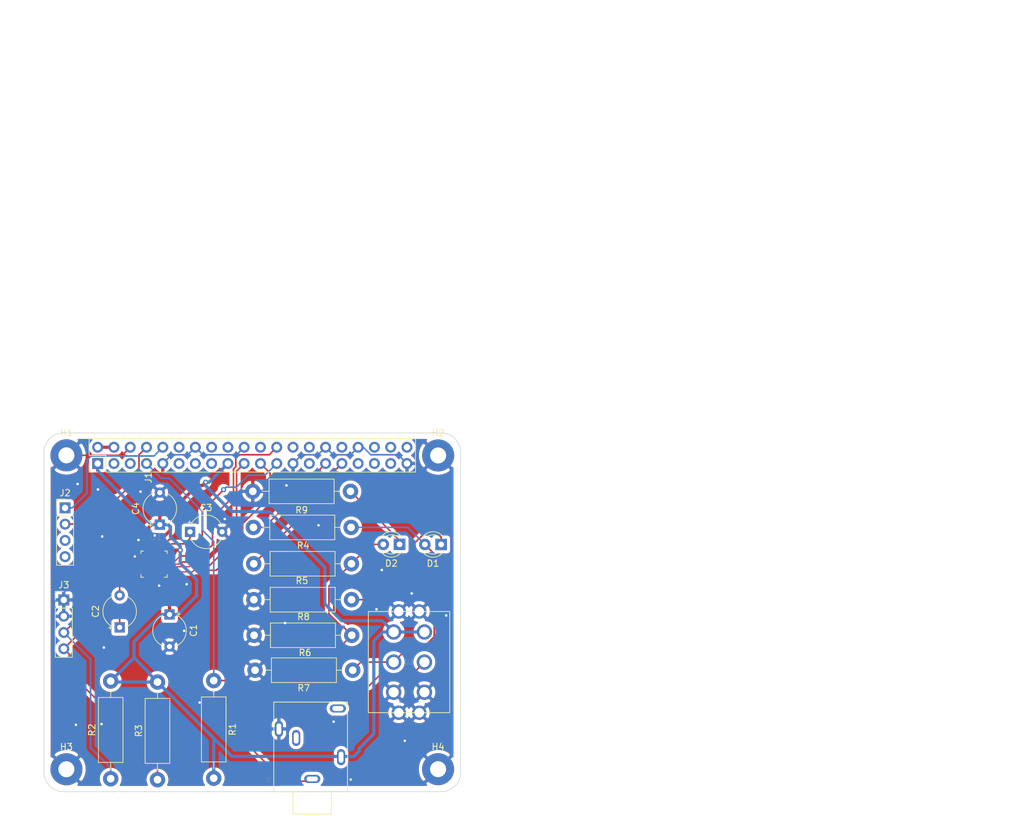
<source format=kicad_pcb>
(kicad_pcb (version 20171130) (host pcbnew "(5.1.5)-3")
  (title_block (title AquaPi) (date 2020-04-26) (rev 2) (company "Engineering Outdoors"))
  (layers (0 Signal_Layer mixed) (31 Ground_Layer mixed) (34 B.Paste user) (35 F.Paste user) (36 B.SilkS user) (37 F.SilkS user) (38 B.Mask user) (39 F.Mask user) (44 Edge.Cuts user))
  (net 0 "")
  (net 1 GND)
  (net 2 /3.3V)
  (net 3 "Net-(J1-Pad40)")
  (net 4 "Net-(J1-Pad38)")
  (net 5 "Net-(J1-Pad37)")
  (net 6 "Net-(J1-Pad36)")
  (net 7 "Net-(J1-Pad35)")
  (net 8 "Net-(J1-Pad33)")
  (net 9 "Net-(J1-Pad32)")
  (net 10 "Net-(J1-Pad28)")
  (net 11 "Net-(J1-Pad27)")
  (net 12 "Net-(J1-Pad26)")
  (net 13 /MAX11410_CS)
  (net 14 /MAX11410_SLCK)
  (net 15 "Net-(J1-Pad22)")
  (net 16 /MAX11410_MISO)
  (net 17 /MAX11410_MOSI)
  (net 18 "Net-(J1-Pad18)")
  (net 19 "Net-(J1-Pad16)")
  (net 20 "Net-(J1-Pad15)")
  (net 21 "Net-(J1-Pad13)")
  (net 22 "Net-(J1-Pad12)")
  (net 23 "Net-(J1-Pad11)")
  (net 24 "Net-(J1-Pad10)")
  (net 25 "Net-(J1-Pad8)")
  (net 26 "Net-(J1-Pad7)")
  (net 27 "Net-(J1-Pad5)")
  (net 28 /5V)
  (net 29 "Net-(J1-Pad3)")
  (net 30 "Net-(C2-Pad2)")
  (net 31 "Net-(C2-Pad1)")
  (net 32 "Net-(C3-Pad1)")
  (net 33 "Net-(D1-Pad2)")
  (net 34 "Net-(D1-Pad1)")
  (net 35 "Net-(D2-Pad2)")
  (net 36 "Net-(D2-Pad1)")
  (net 37 /GPIO6)
  (net 38 /GPIO5)
  (net 39 "Net-(J2-Pad4)")
  (net 40 "Net-(J2-Pad3)")
  (net 41 /eTape_Sense+)
  (net 42 /eTape_Sense-)
  (net 43 "Net-(J5-Pad4)")
  (net 44 "Net-(J5-Pad3)")
  (net 45 "Net-(U1-Pad29)")
  (net 46 "Net-(U1-Pad21)")
  (net 47 "Net-(U1-Pad16)")
  (net 48 "Net-(U1-Pad7)")
  (net 49 "Net-(U1-Pad4)")
  (net 50 "Net-(U1-Pad3)")
  (net 51 "Net-(U1-Pad26)")
  (net 52 "Net-(U1-Pad25)")
  (net 53 "Net-(U1-Pad12)")
  (net 54 "Net-(U1-Pad11)")
  (net 55 "Net-(U1-Pad10)")
  (net 56 "Net-(U1-Pad9)")
  (net 57 "Net-(U1-Pad8)")
  (module MAX11410ATI_:QFN40P400X400X80-29N (layer Signal_Layer) (at 111.99876 138.97864)
    (fp_text reference U1 (at 0.265 -4.25) (layer F.SilkS) (effects (font (thickness 0.015))))
    (fp_text value MAX11410ATI+)
    (pad 29 smd rect (at 0 0) (size 2.6 2.6) (layers Signal_Layer F.Mask) (net 45 "Net-(U1-Pad29)"))
    (pad 21 smd rect (at 1.935 -1.2) (size 0.86 0.22) (layers Signal_Layer F.Paste F.Mask) (net 46 "Net-(U1-Pad21)"))
    (pad 20 smd rect (at 1.935 -0.8) (size 0.86 0.22) (layers Signal_Layer F.Paste F.Mask) (net 2 /3.3V))
    (pad 19 smd rect (at 1.935 -0.4) (size 0.86 0.22) (layers Signal_Layer F.Paste F.Mask) (net 14 /MAX11410_SLCK))
    (pad 18 smd rect (at 1.935 0) (size 0.86 0.22) (layers Signal_Layer F.Paste F.Mask) (net 13 /MAX11410_CS))
    (pad 17 smd rect (at 1.935 0.4) (size 0.86 0.22) (layers Signal_Layer F.Paste F.Mask) (net 17 /MAX11410_MOSI))
    (pad 16 smd rect (at 1.935 0.8) (size 0.86 0.22) (layers Signal_Layer F.Paste F.Mask) (net 47 "Net-(U1-Pad16)"))
    (pad 15 smd rect (at 1.935 1.2) (size 0.86 0.22) (layers Signal_Layer F.Paste F.Mask) (net 16 /MAX11410_MISO))
    (pad 7 smd rect (at -1.935 1.2) (size 0.86 0.22) (layers Signal_Layer F.Paste F.Mask) (net 48 "Net-(U1-Pad7)"))
    (pad 6 smd rect (at -1.935 0.8) (size 0.86 0.22) (layers Signal_Layer F.Paste F.Mask) (net 31 "Net-(C2-Pad1)"))
    (pad 5 smd rect (at -1.935 0.4) (size 0.86 0.22) (layers Signal_Layer F.Paste F.Mask) (net 30 "Net-(C2-Pad2)"))
    (pad 4 smd rect (at -1.935 0) (size 0.86 0.22) (layers Signal_Layer F.Paste F.Mask) (net 49 "Net-(U1-Pad4)"))
    (pad 3 smd rect (at -1.935 -0.4) (size 0.86 0.22) (layers Signal_Layer F.Paste F.Mask) (net 50 "Net-(U1-Pad3)"))
    (pad 2 smd rect (at -1.935 -0.8) (size 0.86 0.22) (layers Signal_Layer F.Paste F.Mask) (net 41 /eTape_Sense+))
    (pad 1 smd rect (at -1.935 -1.2) (size 0.86 0.22) (layers Signal_Layer F.Paste F.Mask) (net 42 /eTape_Sense-))
    (pad 28 smd rect (at -1.2 -1.935) (size 0.22 0.86) (layers Signal_Layer F.Paste F.Mask) (net 1 GND))
    (pad 27 smd rect (at -0.8 -1.935) (size 0.22 0.86) (layers Signal_Layer F.Paste F.Mask) (net 2 /3.3V))
    (pad 26 smd rect (at -0.4 -1.935) (size 0.22 0.86) (layers Signal_Layer F.Paste F.Mask) (net 51 "Net-(U1-Pad26)"))
    (pad 25 smd rect (at 0 -1.935) (size 0.22 0.86) (layers Signal_Layer F.Paste F.Mask) (net 52 "Net-(U1-Pad25)"))
    (pad 24 smd rect (at 0.4 -1.935) (size 0.22 0.86) (layers Signal_Layer F.Paste F.Mask) (net 1 GND))
    (pad 23 smd rect (at 0.8 -1.935) (size 0.22 0.86) (layers Signal_Layer F.Paste F.Mask) (net 2 /3.3V))
    (pad 22 smd rect (at 1.2 -1.935) (size 0.22 0.86) (layers Signal_Layer F.Paste F.Mask) (net 32 "Net-(C3-Pad1)"))
    (pad 14 smd rect (at 1.2 1.935) (size 0.22 0.86) (layers Signal_Layer F.Paste F.Mask) (net 2 /3.3V))
    (pad 13 smd rect (at 0.8 1.935) (size 0.22 0.86) (layers Signal_Layer F.Paste F.Mask) (net 1 GND))
    (pad 12 smd rect (at 0.4 1.935) (size 0.22 0.86) (layers Signal_Layer F.Paste F.Mask) (net 53 "Net-(U1-Pad12)"))
    (pad 11 smd rect (at 0 1.935) (size 0.22 0.86) (layers Signal_Layer F.Paste F.Mask) (net 54 "Net-(U1-Pad11)"))
    (pad 10 smd rect (at -0.4 1.935) (size 0.22 0.86) (layers Signal_Layer F.Paste F.Mask) (net 55 "Net-(U1-Pad10)"))
    (pad 9 smd rect (at -0.8 1.935) (size 0.22 0.86) (layers Signal_Layer F.Paste F.Mask) (net 56 "Net-(U1-Pad9)"))
    (pad 8 smd rect (at -1.2 1.935) (size 0.22 0.86) (layers Signal_Layer F.Paste F.Mask) (net 57 "Net-(U1-Pad8)"))
  )
  (module M2022LL2W13:M2022LL2W13 (layer Signal_Layer) (at 151.78532 154.27452)
    (fp_text reference U2 (at 0 0) (layer F.SilkS) (effects (font (size 0.787402 0.787402) (thickness 0.015))))
    (fp_text value M2022LL2W13)
    (pad GND2 thru_hole circle (at 1.6 7.9) (size 2.25 2.25) (drill 1.5) (layers *.Cu *.Mask) (net 1 GND))
    (pad GND1 thru_hole circle (at -1.6 7.9) (size 2.25 2.25) (drill 1.5) (layers *.Cu *.Mask) (net 1 GND))
    (pad GND4 thru_hole circle (at 1.6 -7.9) (size 2.25 2.25) (drill 1.5) (layers *.Cu *.Mask) (net 1 GND))
    (pad GND3 thru_hole circle (at -1.6 -7.9) (size 2.25 2.25) (drill 1.5) (layers *.Cu *.Mask) (net 1 GND))
    (pad P4 thru_hole circle (at 2.4 4.7) (size 2.4 2.4) (drill 1.6) (layers *.Cu *.Mask) (net 1 GND))
    (pad P5 thru_hole circle (at 2.4 0) (size 2.4 2.4) (drill 1.6) (layers *.Cu *.Mask) (net 35 "Net-(D2-Pad2)"))
    (pad P6 thru_hole circle (at 2.4 -4.7) (size 2.4 2.4) (drill 1.6) (layers *.Cu *.Mask) (net 2 /3.3V))
    (pad P1 thru_hole circle (at -2.4 4.7) (size 2.4 2.4) (drill 1.6) (layers *.Cu *.Mask) (net 1 GND))
    (pad P2 thru_hole circle (at -2.4 0) (size 2.4 2.4) (drill 1.6) (layers *.Cu *.Mask) (net 33 "Net-(D1-Pad2)"))
    (pad P3 thru_hole circle (at -2.4 -4.7) (size 2.4 2.4) (drill 1.6) (layers *.Cu *.Mask) (net 2 /3.3V))
  )
  (module Resistor_THT:R_Axial_DIN0411_L9.9mm_D3.6mm_P15.24mm_Horizontal (layer Signal_Layer) (at 142.64894 127.61722 180)
    (fp_text reference R9 (at 7.62 -2.92) (layer F.SilkS))
    (fp_text value 2k)
    (pad 2 thru_hole oval (at 15.24 0 180) (size 2.4 2.4) (drill 1.2) (layers *.Cu *.Mask) (net 1 GND))
    (pad 1 thru_hole circle (at 0 0 180) (size 2.4 2.4) (drill 1.2) (layers *.Cu *.Mask) (net 36 "Net-(D2-Pad1)"))
  )
  (module Resistor_THT:R_Axial_DIN0411_L9.9mm_D3.6mm_P15.24mm_Horizontal (layer Signal_Layer) (at 127.57658 144.526)
    (fp_text reference R8 (at 7.747 2.6797) (layer F.SilkS))
    (fp_text value 2k)
    (pad 2 thru_hole oval (at 15.24 0) (size 2.4 2.4) (drill 1.2) (layers *.Cu *.Mask) (net 34 "Net-(D1-Pad1)"))
    (pad 1 thru_hole circle (at 0 0) (size 2.4 2.4) (drill 1.2) (layers *.Cu *.Mask) (net 1 GND))
  )
  (module Resistor_THT:R_Axial_DIN0411_L9.9mm_D3.6mm_P15.24mm_Horizontal (layer Signal_Layer) (at 127.75946 155.5369)
    (fp_text reference R7 (at 7.59714 2.78892) (layer F.SilkS))
    (fp_text value 12k)
    (pad 1 thru_hole circle (at 0 0) (size 2.4 2.4) (drill 1.2) (layers *.Cu *.Mask) (net 1 GND))
    (pad 2 thru_hole oval (at 15.24 0) (size 2.4 2.4) (drill 1.2) (layers *.Cu *.Mask) (net 33 "Net-(D1-Pad2)"))
  )
  (module Resistor_THT:R_Axial_DIN0411_L9.9mm_D3.6mm_P15.24mm_Horizontal (layer Signal_Layer) (at 127.61214 150.08352)
    (fp_text reference R6 (at 7.94766 2.72288) (layer F.SilkS))
    (fp_text value 12k)
    (pad 2 thru_hole oval (at 15.24 0) (size 2.4 2.4) (drill 1.2) (layers *.Cu *.Mask) (net 35 "Net-(D2-Pad2)"))
    (pad 1 thru_hole circle (at 0 0) (size 2.4 2.4) (drill 1.2) (layers *.Cu *.Mask) (net 1 GND))
  )
  (module Resistor_THT:R_Axial_DIN0411_L9.9mm_D3.6mm_P15.24mm_Horizontal (layer Signal_Layer) (at 127.55626 138.91768)
    (fp_text reference R5 (at 7.52094 2.65176) (layer F.SilkS))
    (fp_text value 1.2k)
    (pad 2 thru_hole oval (at 15.24 0) (size 2.4 2.4) (drill 1.2) (layers *.Cu *.Mask) (net 35 "Net-(D2-Pad2)"))
    (pad 1 thru_hole circle (at 0 0) (size 2.4 2.4) (drill 1.2) (layers *.Cu *.Mask) (net 37 /GPIO6))
  )
  (module Resistor_THT:R_Axial_DIN0411_L9.9mm_D3.6mm_P15.24mm_Horizontal (layer Signal_Layer) (at 127.50546 133.24332)
    (fp_text reference R4 (at 7.76986 2.8194) (layer F.SilkS))
    (fp_text value 1.2k)
    (pad 2 thru_hole oval (at 15.24 0) (size 2.4 2.4) (drill 1.2) (layers *.Cu *.Mask) (net 33 "Net-(D1-Pad2)"))
    (pad 1 thru_hole circle (at 0 0) (size 2.4 2.4) (drill 1.2) (layers *.Cu *.Mask) (net 38 /GPIO5))
  )
  (module Resistor_THT:R_Axial_DIN0411_L9.9mm_D3.6mm_P15.24mm_Horizontal (layer Signal_Layer) (at 112.53724 172.62856 90)
    (fp_text reference R3 (at 7.62 -2.92 90) (layer F.SilkS))
    (fp_text value 1.5k)
    (pad 2 thru_hole oval (at 15.24 0 90) (size 2.4 2.4) (drill 1.2) (layers *.Cu *.Mask) (net 2 /3.3V))
    (pad 1 thru_hole circle (at 0 0 90) (size 2.4 2.4) (drill 1.2) (layers *.Cu *.Mask) (net 41 /eTape_Sense+))
  )
  (module Resistor_THT:R_Axial_DIN0411_L9.9mm_D3.6mm_P15.24mm_Horizontal (layer Signal_Layer) (at 105.23982 172.4787 90)
    (fp_text reference R2 (at 7.62 -2.92 90) (layer F.SilkS))
    (fp_text value 1.5k)
    (pad 2 thru_hole oval (at 15.24 0 90) (size 2.4 2.4) (drill 1.2) (layers *.Cu *.Mask) (net 2 /3.3V))
    (pad 1 thru_hole circle (at 0 0 90) (size 2.4 2.4) (drill 1.2) (layers *.Cu *.Mask) (net 42 /eTape_Sense-))
  )
  (module Resistor_THT:R_Axial_DIN0411_L9.9mm_D3.6mm_P15.24mm_Horizontal (layer Signal_Layer) (at 121.31548 157.15996 270)
    (fp_text reference R1 (at 7.62 -2.92 90) (layer F.SilkS))
    (fp_text value 4.7k)
    (pad 2 thru_hole oval (at 15.24 0 270) (size 2.4 2.4) (drill 1.2) (layers *.Cu *.Mask) (net 2 /3.3V))
    (pad 1 thru_hole circle (at 0 0 270) (size 2.4 2.4) (drill 1.2) (layers *.Cu *.Mask) (net 26 "Net-(J1-Pad7)"))
  )
  (module 35RAPC4BH3:SWITCHCRAFT_35RAPC4BH3 (layer Signal_Layer) (at 136.43356 167.51554 90)
    (fp_text reference J5 (at -5.170455 -6.559513 90) (layer F.SilkS) (effects (font (size 0.640304 0.640304) (thickness 0.015))))
    (fp_text value 35RAPC4BH3)
    (fp_line (start 6.03 3.87) (end 6.02 3.87) (layer Edge.Cuts) (width 0.1))
    (fp_line (start 2.52 -4.98) (end 2.52 -4.97) (layer Edge.Cuts) (width 0.1))
    (fp_line (start 1.12 -2.28) (end 1.12 -2.27) (layer Edge.Cuts) (width 0.1))
    (fp_line (start -1.98 4.72) (end -1.98 4.73) (layer Edge.Cuts) (width 0.1))
    (fp_line (start -4.97 -0.13) (end -4.98 -0.13) (layer Edge.Cuts) (width 0.1))
    (pad 5 thru_hole oval (at -1.6 4.75 90) (size 2.516 1.258) (drill oval 1.75 0.75) (layers *.Cu *.Mask) (net 2 /3.3V))
    (pad 4 thru_hole oval (at 6 4.25 90) (size 1.258 2.516) (drill oval 0.75 1.75) (layers *.Cu *.Mask) (net 43 "Net-(J5-Pad4)"))
    (pad 3 thru_hole oval (at 1.4 -2.25 90) (size 2.516 1.258) (drill oval 1.75 0.75) (layers *.Cu *.Mask) (net 44 "Net-(J5-Pad3)"))
    (pad 2 thru_hole oval (at 2.8 -4.95 90) (size 2.516 1.258) (drill oval 1.75 0.75) (layers *.Cu *.Mask) (net 1 GND))
    (pad 1 thru_hole oval (at -5 0.25 90) (size 1.258 2.516) (drill oval 0.75 1.75) (layers *.Cu *.Mask) (net 26 "Net-(J1-Pad7)"))
  )
  (module Connector_PinHeader_2.54mm:PinHeader_1x04_P2.54mm_Vertical (layer Signal_Layer) (at 97.91954 144.57172)
    (fp_text reference J3 (at 0 -2.33) (layer F.SilkS))
    (fp_text value Conn_01x04_Female)
    (pad 4 thru_hole oval (at 0 7.62) (size 1.7 1.7) (drill 1) (layers *.Cu *.Mask) (net 41 /eTape_Sense+))
    (pad 3 thru_hole oval (at 0 5.08) (size 1.7 1.7) (drill 1) (layers *.Cu *.Mask) (net 42 /eTape_Sense-))
    (pad 2 thru_hole oval (at 0 2.54) (size 1.7 1.7) (drill 1) (layers *.Cu *.Mask) (net 1 GND))
    (pad 1 thru_hole rect (at 0 0) (size 1.7 1.7) (drill 1) (layers *.Cu *.Mask) (net 1 GND))
  )
  (module Connector_PinHeader_2.54mm:PinHeader_1x04_P2.54mm_Vertical (layer Signal_Layer) (at 98.12274 130.19786)
    (fp_text reference J2 (at 0 -2.33) (layer F.SilkS))
    (fp_text value Conn_01x04_Female)
    (pad 4 thru_hole oval (at 0 7.62) (size 1.7 1.7) (drill 1) (layers *.Cu *.Mask) (net 39 "Net-(J2-Pad4)"))
    (pad 3 thru_hole oval (at 0 5.08) (size 1.7 1.7) (drill 1) (layers *.Cu *.Mask) (net 40 "Net-(J2-Pad3)"))
    (pad 2 thru_hole oval (at 0 2.54) (size 1.7 1.7) (drill 1) (layers *.Cu *.Mask) (net 25 "Net-(J1-Pad8)"))
    (pad 1 thru_hole rect (at 0 0) (size 1.7 1.7) (drill 1) (layers *.Cu *.Mask) (net 24 "Net-(J1-Pad10)"))
  )
  (module LED_THT:LED_D3.0mm (layer Signal_Layer) (at 150.3045 135.89762 180)
    (fp_text reference D2 (at 1.27 -2.96) (layer F.SilkS))
    (fp_text value LED)
    (pad 2 thru_hole circle (at 2.54 0 180) (size 1.8 1.8) (drill 0.9) (layers *.Cu *.Mask) (net 35 "Net-(D2-Pad2)"))
    (pad 1 thru_hole rect (at 0 0 180) (size 1.8 1.8) (drill 0.9) (layers *.Cu *.Mask) (net 36 "Net-(D2-Pad1)"))
  )
  (module LED_THT:LED_D3.0mm (layer Signal_Layer) (at 156.7942 135.90778 180)
    (fp_text reference D1 (at 1.27 -2.96) (layer F.SilkS))
    (fp_text value LED)
    (pad 2 thru_hole circle (at 2.54 0 180) (size 1.8 1.8) (drill 0.9) (layers *.Cu *.Mask) (net 33 "Net-(D1-Pad2)"))
    (pad 1 thru_hole rect (at 0 0 180) (size 1.8 1.8) (drill 0.9) (layers *.Cu *.Mask) (net 34 "Net-(D1-Pad1)"))
  )
  (module Capacitor_THT:CP_Radial_Tantal_D5.0mm_P5.00mm (layer Signal_Layer) (at 112.90046 132.81406 90)
    (fp_text reference C4 (at 2.5 -3.75 90) (layer F.SilkS))
    (fp_text value 100nF)
    (pad 2 thru_hole circle (at 5 0 90) (size 1.6 1.6) (drill 0.8) (layers *.Cu *.Mask) (net 1 GND))
    (pad 1 thru_hole rect (at 0 0 90) (size 1.6 1.6) (drill 0.8) (layers *.Cu *.Mask) (net 2 /3.3V))
  )
  (module Capacitor_THT:CP_Radial_Tantal_D5.0mm_P5.00mm (layer Signal_Layer) (at 117.61978 133.92912)
    (fp_text reference C3 (at 2.5 -3.75) (layer F.SilkS))
    (fp_text value 100nF)
    (pad 2 thru_hole circle (at 5 0) (size 1.6 1.6) (drill 0.8) (layers *.Cu *.Mask) (net 1 GND))
    (pad 1 thru_hole rect (at 0 0) (size 1.6 1.6) (drill 0.8) (layers *.Cu *.Mask) (net 32 "Net-(C3-Pad1)"))
  )
  (module Capacitor_THT:CP_Radial_Tantal_D5.0mm_P5.00mm (layer Signal_Layer) (at 106.63428 148.85924 90)
    (fp_text reference C2 (at 2.5 -3.75 90) (layer F.SilkS))
    (fp_text value 1nF)
    (pad 2 thru_hole circle (at 5 0 90) (size 1.6 1.6) (drill 0.8) (layers *.Cu *.Mask) (net 30 "Net-(C2-Pad2)"))
    (pad 1 thru_hole rect (at 0 0 90) (size 1.6 1.6) (drill 0.8) (layers *.Cu *.Mask) (net 31 "Net-(C2-Pad1)"))
  )
  (module Capacitor_THT:CP_Radial_Tantal_D5.0mm_P5.00mm (layer Signal_Layer) (at 114.41684 146.84756 270)
    (fp_text reference C1 (at 2.5 -3.75 90) (layer F.SilkS))
    (fp_text value 100nF)
    (pad 2 thru_hole circle (at 5 0 270) (size 1.6 1.6) (drill 0.8) (layers *.Cu *.Mask) (net 1 GND))
    (pad 1 thru_hole rect (at 0 0 270) (size 1.6 1.6) (drill 0.8) (layers *.Cu *.Mask) (net 2 /3.3V))
  )
  (module Connector_PinHeader_2.54mm:PinHeader_2x20_P2.54mm_Vertical (layer Signal_Layer) (at 103.205376 123.27 90)
    (fp_text reference J1 (at -2.2314 7.899304 90) (layer F.SilkS))
    (fp_text value Raspberry_Pi_2_3)
    (pad 1 thru_hole rect (at 0 0 90) (size 1.7 1.7) (drill 1) (layers *.Cu *.Mask) (net 2 /3.3V))
    (pad 2 thru_hole oval (at 2.54 0 90) (size 1.7 1.7) (drill 1) (layers *.Cu *.Mask) (net 28 /5V))
    (pad 3 thru_hole oval (at 0 2.54 90) (size 1.7 1.7) (drill 1) (layers *.Cu *.Mask) (net 29 "Net-(J1-Pad3)"))
    (pad 4 thru_hole oval (at 2.54 2.54 90) (size 1.7 1.7) (drill 1) (layers *.Cu *.Mask) (net 28 /5V))
    (pad 5 thru_hole oval (at 0 5.08 90) (size 1.7 1.7) (drill 1) (layers *.Cu *.Mask) (net 27 "Net-(J1-Pad5)"))
    (pad 6 thru_hole oval (at 2.54 5.08 90) (size 1.7 1.7) (drill 1) (layers *.Cu *.Mask) (net 1 GND))
    (pad 7 thru_hole oval (at 0 7.62 90) (size 1.7 1.7) (drill 1) (layers *.Cu *.Mask) (net 26 "Net-(J1-Pad7)"))
    (pad 8 thru_hole oval (at 2.54 7.62 90) (size 1.7 1.7) (drill 1) (layers *.Cu *.Mask) (net 25 "Net-(J1-Pad8)"))
    (pad 9 thru_hole oval (at 0 10.16 90) (size 1.7 1.7) (drill 1) (layers *.Cu *.Mask) (net 1 GND))
    (pad 10 thru_hole oval (at 2.54 10.16 90) (size 1.7 1.7) (drill 1) (layers *.Cu *.Mask) (net 24 "Net-(J1-Pad10)"))
    (pad 11 thru_hole oval (at 0 12.7 90) (size 1.7 1.7) (drill 1) (layers *.Cu *.Mask) (net 23 "Net-(J1-Pad11)"))
    (pad 12 thru_hole oval (at 2.54 12.7 90) (size 1.7 1.7) (drill 1) (layers *.Cu *.Mask) (net 22 "Net-(J1-Pad12)"))
    (pad 13 thru_hole oval (at 0 15.24 90) (size 1.7 1.7) (drill 1) (layers *.Cu *.Mask) (net 21 "Net-(J1-Pad13)"))
    (pad 14 thru_hole oval (at 2.54 15.24 90) (size 1.7 1.7) (drill 1) (layers *.Cu *.Mask) (net 1 GND))
    (pad 15 thru_hole oval (at 0 17.78 90) (size 1.7 1.7) (drill 1) (layers *.Cu *.Mask) (net 20 "Net-(J1-Pad15)"))
    (pad 16 thru_hole oval (at 2.54 17.78 90) (size 1.7 1.7) (drill 1) (layers *.Cu *.Mask) (net 19 "Net-(J1-Pad16)"))
    (pad 17 thru_hole oval (at 0 20.32 90) (size 1.7 1.7) (drill 1) (layers *.Cu *.Mask) (net 2 /3.3V))
    (pad 18 thru_hole oval (at 2.54 20.32 90) (size 1.7 1.7) (drill 1) (layers *.Cu *.Mask) (net 18 "Net-(J1-Pad18)"))
    (pad 19 thru_hole oval (at 0 22.86 90) (size 1.7 1.7) (drill 1) (layers *.Cu *.Mask) (net 17 /MAX11410_MOSI))
    (pad 20 thru_hole oval (at 2.54 22.86 90) (size 1.7 1.7) (drill 1) (layers *.Cu *.Mask) (net 1 GND))
    (pad 21 thru_hole oval (at 0 25.4 90) (size 1.7 1.7) (drill 1) (layers *.Cu *.Mask) (net 16 /MAX11410_MISO))
    (pad 22 thru_hole oval (at 2.54 25.4 90) (size 1.7 1.7) (drill 1) (layers *.Cu *.Mask) (net 15 "Net-(J1-Pad22)"))
    (pad 23 thru_hole oval (at 0 27.94 90) (size 1.7 1.7) (drill 1) (layers *.Cu *.Mask) (net 14 /MAX11410_SLCK))
    (pad 24 thru_hole oval (at 2.54 27.94 90) (size 1.7 1.7) (drill 1) (layers *.Cu *.Mask) (net 13 /MAX11410_CS))
    (pad 25 thru_hole oval (at 0 30.48 90) (size 1.7 1.7) (drill 1) (layers *.Cu *.Mask) (net 1 GND))
    (pad 26 thru_hole oval (at 2.54 30.48 90) (size 1.7 1.7) (drill 1) (layers *.Cu *.Mask) (net 12 "Net-(J1-Pad26)"))
    (pad 27 thru_hole oval (at 0 33.02 90) (size 1.7 1.7) (drill 1) (layers *.Cu *.Mask) (net 11 "Net-(J1-Pad27)"))
    (pad 28 thru_hole oval (at 2.54 33.02 90) (size 1.7 1.7) (drill 1) (layers *.Cu *.Mask) (net 10 "Net-(J1-Pad28)"))
    (pad 29 thru_hole oval (at 0 35.56 90) (size 1.7 1.7) (drill 1) (layers *.Cu *.Mask) (net 38 /GPIO5))
    (pad 30 thru_hole oval (at 2.54 35.56 90) (size 1.7 1.7) (drill 1) (layers *.Cu *.Mask) (net 1 GND))
    (pad 31 thru_hole oval (at 0 38.1 90) (size 1.7 1.7) (drill 1) (layers *.Cu *.Mask) (net 37 /GPIO6))
    (pad 32 thru_hole oval (at 2.54 38.1 90) (size 1.7 1.7) (drill 1) (layers *.Cu *.Mask) (net 9 "Net-(J1-Pad32)"))
    (pad 33 thru_hole oval (at 0 40.64 90) (size 1.7 1.7) (drill 1) (layers *.Cu *.Mask) (net 8 "Net-(J1-Pad33)"))
    (pad 34 thru_hole oval (at 2.54 40.64 90) (size 1.7 1.7) (drill 1) (layers *.Cu *.Mask) (net 1 GND))
    (pad 35 thru_hole oval (at 0 43.18 90) (size 1.7 1.7) (drill 1) (layers *.Cu *.Mask) (net 7 "Net-(J1-Pad35)"))
    (pad 36 thru_hole oval (at 2.54 43.18 90) (size 1.7 1.7) (drill 1) (layers *.Cu *.Mask) (net 6 "Net-(J1-Pad36)"))
    (pad 37 thru_hole oval (at 0 45.72 90) (size 1.7 1.7) (drill 1) (layers *.Cu *.Mask) (net 5 "Net-(J1-Pad37)"))
    (pad 38 thru_hole oval (at 2.54 45.72 90) (size 1.7 1.7) (drill 1) (layers *.Cu *.Mask) (net 4 "Net-(J1-Pad38)"))
    (pad 39 thru_hole oval (at 0 48.26 90) (size 1.7 1.7) (drill 1) (layers *.Cu *.Mask) (net 1 GND))
    (pad 40 thru_hole oval (at 2.54 48.26 90) (size 1.7 1.7) (drill 1) (layers *.Cu *.Mask) (net 3 "Net-(J1-Pad40)"))
  )
  (module MountingHole:MountingHole_2.5mm_Pad (layer Signal_Layer) (at 156.31902 170.9934)
    (fp_text reference H4 (at 0 -3.5) (layer F.SilkS))
    (fp_text value MountingHole_Pad)
    (pad 1 thru_hole circle (at 0 0) (size 5 5) (drill 2.5) (layers *.Cu *.Mask) (net 1 GND))
  )
  (module MountingHole:MountingHole_2.5mm_Pad (layer Signal_Layer) (at 98.32902 171.0034)
    (fp_text reference H3 (at 0 -3.5) (layer F.SilkS))
    (fp_text value MountingHole_Pad)
    (pad 1 thru_hole circle (at 0 0) (size 5 5) (drill 2.5) (layers *.Cu *.Mask) (net 1 GND))
  )
  (module MountingHole:MountingHole_2.5mm_Pad (layer Signal_Layer) (at 156.32902 122.0134)
    (fp_text reference H2 (at 0 -3.5) (layer F.SilkS))
    (fp_text value MountingHole_Pad)
    (pad 1 thru_hole circle (at 0 0) (size 5 5) (drill 2.5) (layers *.Cu *.Mask) (net 1 GND))
  )
  (module MountingHole:MountingHole_2.5mm_Pad (layer Signal_Layer) (at 98.32902 121.9934)
    (fp_text reference H1 (at 0 -3.5) (layer F.SilkS))
    (fp_text value MountingHole_Pad)
    (pad 1 thru_hole circle (at 0 0) (size 5 5) (drill 2.5) (layers *.Cu *.Mask) (net 1 GND))
  )
  (gr_line (start 156.835376 118.501011) (end 97.835376 118.501011) (layer Edge.Cuts) (width 0.1))
  (gr_arc (start 97.835376 121.501011) (end 97.835376 118.501011) (angle -90) (layer Edge.Cuts) (width 0.1))
  (gr_line (start 159.835376 171.501011) (end 159.835376 121.501011) (layer Edge.Cuts) (width 0.1))
  (gr_arc (start 156.835376 121.501011) (end 159.835376 121.501011) (angle -90) (layer Edge.Cuts) (width 0.1))
  (gr_line (start 94.835376 121.501011) (end 94.835376 171.501011) (layer Edge.Cuts) (width 0.1))
  (gr_line (start 97.835376 174.501011) (end 156.835376 174.501011) (layer Edge.Cuts) (width 0.1))
  (gr_arc (start 97.835376 171.501011) (end 94.835376 171.501011) (angle -90) (layer Edge.Cuts) (width 0.1))
  (gr_arc (start 156.835376 171.501011) (end 156.835376 174.501011) (angle -89.9) (layer Edge.Cuts) (width 0.1))
  (via (at 112.1029 134.49808) (size 0.8) (drill 0.4) (layers Signal_Layer Ground_Layer) (net 1))
  (segment (start 112.79876 140.91364) (end 112.79876 142.3415) (width 0.18) (layer Signal_Layer) (net 1))
  (segment (start 110.79876 136.43364) (end 109.57306 135.20794) (width 0.18) (layer Signal_Layer) (net 1))
  (segment (start 110.79876 137.04364) (end 110.79876 136.43364) (width 0.18) (layer Signal_Layer) (net 1))
  (segment (start 112.39876 136.43364) (end 112.04702 136.0819) (width 0.18) (layer Signal_Layer) (net 1))
  (segment (start 112.39876 137.04364) (end 112.39876 136.43364) (width 0.18) (layer Signal_Layer) (net 1))
  (segment (start 112.04702 136.0819) (end 112.04702 135.80872) (width 0.18) (layer Signal_Layer) (net 1))
  (segment (start 112.79876 142.3415) (end 112.79876 142.3415) (width 0.18) (layer Signal_Layer) (net 1))
  (via (at 112.79876 142.3415) (size 0.8) (drill 0.4) (layers Signal_Layer Ground_Layer) (net 1))
  (segment (start 112.1029 135.75284) (end 112.1029 134.49808) (width 0.25) (layer Signal_Layer) (net 1))
  (segment (start 112.04702 135.80872) (end 112.1029 135.75284) (width 0.25) (layer Signal_Layer) (net 1))
  (segment (start 109.57306 135.20794) (end 109.57306 135.20794) (width 0.18) (layer Signal_Layer) (net 1))
  (via (at 109.57306 135.20794) (size 0.8) (drill 0.4) (layers Signal_Layer Ground_Layer) (net 1))
  (via (at 147.5359 139.89558) (size 0.8) (drill 0.4) (layers Signal_Layer Ground_Layer) (net 1))
  (via (at 117.08892 142.1257) (size 0.8) (drill 0.4) (layers Signal_Layer Ground_Layer) (net 1))
  (via (at 103.90632 134.66064) (size 0.8) (drill 0.4) (layers Signal_Layer Ground_Layer) (net 1))
  (via (at 103.80726 163.94938) (size 0.8) (drill 0.4) (layers Signal_Layer Ground_Layer) (net 1))
  (via (at 99.81184 164.06622) (size 0.8) (drill 0.4) (layers Signal_Layer Ground_Layer) (net 1))
  (via (at 100.076 126.47676) (size 0.8) (drill 0.4) (layers Signal_Layer Ground_Layer) (net 1))
  (via (at 103.251 127.32766) (size 0.8) (drill 0.4) (layers Signal_Layer Ground_Layer) (net 1))
  (segment (start 117.595377 121.579999) (end 118.445376 120.73) (width 0.25) (layer Ground_Layer) (net 1))
  (segment (start 117.270375 121.905001) (end 117.595377 121.579999) (width 0.25) (layer Ground_Layer) (net 1))
  (segment (start 114.730375 121.905001) (end 117.270375 121.905001) (width 0.25) (layer Ground_Layer) (net 1))
  (segment (start 113.365376 123.27) (end 114.730375 121.905001) (width 0.25) (layer Ground_Layer) (net 1))
  (segment (start 124.890375 121.905001) (end 125.215377 121.579999) (width 0.25) (layer Ground_Layer) (net 1))
  (segment (start 119.620377 121.905001) (end 124.890375 121.905001) (width 0.25) (layer Ground_Layer) (net 1))
  (segment (start 125.215377 121.579999) (end 126.065376 120.73) (width 0.25) (layer Ground_Layer) (net 1))
  (segment (start 118.445376 120.73) (end 119.620377 121.905001) (width 0.25) (layer Ground_Layer) (net 1))
  (segment (start 137.915377 121.579999) (end 138.765376 120.73) (width 0.25) (layer Ground_Layer) (net 1))
  (segment (start 137.590375 121.905001) (end 137.915377 121.579999) (width 0.25) (layer Ground_Layer) (net 1))
  (segment (start 135.050375 121.905001) (end 137.590375 121.905001) (width 0.25) (layer Ground_Layer) (net 1))
  (segment (start 133.685376 123.27) (end 135.050375 121.905001) (width 0.25) (layer Ground_Layer) (net 1))
  (segment (start 142.995377 121.579999) (end 143.845376 120.73) (width 0.25) (layer Ground_Layer) (net 1))
  (segment (start 142.670375 121.905001) (end 142.995377 121.579999) (width 0.25) (layer Ground_Layer) (net 1))
  (segment (start 139.940377 121.905001) (end 142.670375 121.905001) (width 0.25) (layer Ground_Layer) (net 1))
  (segment (start 138.765376 120.73) (end 139.940377 121.905001) (width 0.25) (layer Ground_Layer) (net 1))
  (segment (start 145.821375 121.905001) (end 150.116299 121.905001) (width 0.25) (layer Ground_Layer) (net 1))
  (segment (start 143.845376 120.73) (end 144.646374 120.73) (width 0.25) (layer Ground_Layer) (net 1))
  (segment (start 144.646374 120.73) (end 145.821375 121.905001) (width 0.25) (layer Ground_Layer) (net 1))
  (segment (start 150.116299 121.920923) (end 151.465376 123.27) (width 0.25) (layer Ground_Layer) (net 1))
  (segment (start 150.116299 121.905001) (end 150.116299 121.920923) (width 0.25) (layer Ground_Layer) (net 1))
  (segment (start 107.021976 121.9934) (end 98.32902 121.9934) (width 0.25) (layer Signal_Layer) (net 1))
  (segment (start 108.285376 120.73) (end 107.021976 121.9934) (width 0.25) (layer Signal_Layer) (net 1))
  (via (at 116.7003 149.3901) (size 0.8) (drill 0.4) (layers Signal_Layer Ground_Layer) (net 1))
  (via (at 119.10568 160.5915) (size 0.8) (drill 0.4) (layers Signal_Layer Ground_Layer) (net 1))
  (via (at 132.42798 148.17344) (size 0.8) (drill 0.4) (layers Signal_Layer Ground_Layer) (net 1))
  (via (at 137.668 132.91312) (size 0.8) (drill 0.4) (layers Signal_Layer Ground_Layer) (net 1))
  (via (at 146.71294 146.02968) (size 0.8) (drill 0.4) (layers Signal_Layer Ground_Layer) (net 1))
  (via (at 152.20188 143.55826) (size 0.8) (drill 0.4) (layers Signal_Layer Ground_Layer) (net 1))
  (via (at 157.57906 146.99234) (size 0.8) (drill 0.4) (layers Signal_Layer Ground_Layer) (net 1))
  (via (at 151.12492 166.55796) (size 0.8) (drill 0.4) (layers Signal_Layer Ground_Layer) (net 1))
  (via (at 140.02512 163.576) (size 0.8) (drill 0.4) (layers Signal_Layer Ground_Layer) (net 1))
  (via (at 132.66166 126.6952) (size 0.8) (drill 0.4) (layers Signal_Layer Ground_Layer) (net 1))
  (via (at 123.02998 131.93014) (size 0.8) (drill 0.4) (layers Signal_Layer Ground_Layer) (net 1))
  (via (at 109.89564 127.66294) (size 0.8) (drill 0.4) (layers Signal_Layer Ground_Layer) (net 1))
  (via (at 104.17302 152.00376) (size 0.8) (drill 0.4) (layers Signal_Layer Ground_Layer) (net 1))
  (via (at 120.05818 126.18974) (size 0.8) (drill 0.4) (layers Signal_Layer Ground_Layer) (net 2))
  (via (at 116.08816 136.78408) (size 0.8) (drill 0.4) (layers Signal_Layer Ground_Layer) (net 2))
  (segment (start 113.19876 141.52364) (end 114.01044 142.33532) (width 0.18) (layer Signal_Layer) (net 2))
  (segment (start 113.19876 140.91364) (end 113.19876 141.52364) (width 0.18) (layer Signal_Layer) (net 2))
  (segment (start 111.19876 137.04364) (end 111.19876 135.39206) (width 0.18) (layer Signal_Layer) (net 2))
  (segment (start 112.79876 136.43364) (end 112.79886 136.43354) (width 0.18) (layer Signal_Layer) (net 2))
  (segment (start 112.79876 137.04364) (end 112.79876 136.43364) (width 0.18) (layer Signal_Layer) (net 2))
  (segment (start 112.79876 136.43364) (end 112.79876 135.32622) (width 0.18) (layer Signal_Layer) (net 2))
  (segment (start 121.31548 166.1668) (end 121.31548 172.39996) (width 0.5) (layer Ground_Layer) (net 2))
  (segment (start 112.53724 157.38856) (end 121.31548 166.1668) (width 0.5) (layer Ground_Layer) (net 2))
  (segment (start 105.38968 157.38856) (end 105.23982 157.2387) (width 0.5) (layer Ground_Layer) (net 2))
  (segment (start 112.53724 157.38856) (end 105.38968 157.38856) (width 0.5) (layer Ground_Layer) (net 2))
  (segment (start 113.11684 146.84756) (end 108.8771 151.0873) (width 0.5) (layer Ground_Layer) (net 2))
  (segment (start 114.41684 146.84756) (end 113.11684 146.84756) (width 0.5) (layer Ground_Layer) (net 2))
  (segment (start 108.8771 153.60142) (end 105.23982 157.2387) (width 0.5) (layer Ground_Layer) (net 2))
  (segment (start 108.8771 151.0873) (end 108.8771 153.60142) (width 0.5) (layer Ground_Layer) (net 2))
  (segment (start 111.337241 156.061561) (end 108.8771 153.60142) (width 0.5) (layer Ground_Layer) (net 2))
  (segment (start 111.337241 156.188561) (end 111.337241 156.061561) (width 0.5) (layer Ground_Layer) (net 2))
  (segment (start 112.53724 157.38856) (end 111.337241 156.188561) (width 0.5) (layer Ground_Layer) (net 2))
  (segment (start 114.41684 142.74172) (end 114.41684 146.84756) (width 0.5) (layer Signal_Layer) (net 2))
  (segment (start 114.01044 142.33532) (end 114.41684 142.74172) (width 0.5) (layer Signal_Layer) (net 2))
  (segment (start 111.60046 132.81406) (end 112.90046 132.81406) (width 0.5) (layer Signal_Layer) (net 2))
  (segment (start 111.19876 133.21576) (end 111.60046 132.81406) (width 0.5) (layer Signal_Layer) (net 2))
  (segment (start 111.19876 135.39206) (end 111.19876 133.21576) (width 0.5) (layer Signal_Layer) (net 2))
  (segment (start 112.79876 135.32622) (end 112.79876 135.28304) (width 0.5) (layer Signal_Layer) (net 2))
  (segment (start 112.90046 135.18134) (end 113.05794 135.18134) (width 0.5) (layer Signal_Layer) (net 2))
  (segment (start 112.79876 135.28304) (end 112.90046 135.18134) (width 0.5) (layer Signal_Layer) (net 2))
  (segment (start 113.05794 135.18134) (end 114.5159 133.72338) (width 0.5) (layer Signal_Layer) (net 2))
  (segment (start 114.20046 132.81406) (end 112.90046 132.81406) (width 0.5) (layer Signal_Layer) (net 2))
  (segment (start 114.5159 133.1295) (end 114.20046 132.81406) (width 0.5) (layer Signal_Layer) (net 2))
  (segment (start 114.5159 133.72338) (end 114.5159 133.1295) (width 0.5) (layer Signal_Layer) (net 2))
  (segment (start 149.38532 149.57452) (end 154.18532 149.57452) (width 0.5) (layer Ground_Layer) (net 2))
  (segment (start 103.205376 124.418976) (end 103.205376 123.27) (width 0.5) (layer Ground_Layer) (net 2))
  (segment (start 111.60046 132.81406) (end 103.205376 124.418976) (width 0.5) (layer Ground_Layer) (net 2))
  (segment (start 112.90046 132.81406) (end 111.60046 132.81406) (width 0.5) (layer Ground_Layer) (net 2))
  (segment (start 112.90046 131.51406) (end 114.81864 129.59588) (width 0.5) (layer Signal_Layer) (net 2))
  (segment (start 112.90046 132.81406) (end 112.90046 131.51406) (width 0.5) (layer Signal_Layer) (net 2))
  (segment (start 114.81864 129.59588) (end 115.824 129.59588) (width 0.5) (layer Signal_Layer) (net 2))
  (segment (start 115.824 129.59588) (end 118.72214 126.69774) (width 0.5) (layer Signal_Layer) (net 2))
  (segment (start 119.55018 126.69774) (end 120.05818 126.18974) (width 0.5) (layer Signal_Layer) (net 2))
  (segment (start 118.72214 126.69774) (end 119.55018 126.69774) (width 0.5) (layer Signal_Layer) (net 2))
  (segment (start 120.605636 126.18974) (end 123.525376 123.27) (width 0.5) (layer Ground_Layer) (net 2))
  (segment (start 120.05818 126.18974) (end 120.605636 126.18974) (width 0.5) (layer Ground_Layer) (net 2))
  (segment (start 146.28876 150.974024) (end 147.688264 149.57452) (width 0.5) (layer Ground_Layer) (net 2))
  (segment (start 146.28876 165.49116) (end 146.28876 150.974024) (width 0.5) (layer Ground_Layer) (net 2))
  (segment (start 124.14421 168.99553) (end 143.18825 168.99553) (width 0.5) (layer Ground_Layer) (net 2))
  (segment (start 147.688264 149.57452) (end 149.38532 149.57452) (width 0.5) (layer Ground_Layer) (net 2))
  (segment (start 121.31548 166.1668) (end 124.14421 168.99553) (width 0.5) (layer Ground_Layer) (net 2))
  (segment (start 143.18825 168.99553) (end 144.02137 168.16241) (width 0.5) (layer Ground_Layer) (net 2))
  (segment (start 144.02137 168.16241) (end 144.02137 167.75855) (width 0.5) (layer Ground_Layer) (net 2))
  (segment (start 144.02137 167.75855) (end 146.28876 165.49116) (width 0.5) (layer Ground_Layer) (net 2))
  (segment (start 114.54376 138.17864) (end 115.34394 137.37846) (width 0.18) (layer Signal_Layer) (net 2))
  (segment (start 113.93376 138.17864) (end 114.54376 138.17864) (width 0.18) (layer Signal_Layer) (net 2))
  (segment (start 115.34394 137.37846) (end 115.34394 137.03554) (width 0.18) (layer Signal_Layer) (net 2))
  (segment (start 115.34394 137.03554) (end 115.34394 136.81964) (width 0.5) (layer Signal_Layer) (net 2))
  (segment (start 115.3795 136.78408) (end 116.08816 136.78408) (width 0.5) (layer Signal_Layer) (net 2))
  (segment (start 115.34394 136.81964) (end 115.3795 136.78408) (width 0.5) (layer Signal_Layer) (net 2))
  (segment (start 116.08816 136.78408) (end 116.08816 136.21512) (width 0.5) (layer Ground_Layer) (net 2))
  (segment (start 116.08816 136.21512) (end 114.56416 134.69112) (width 0.5) (layer Ground_Layer) (net 2))
  (segment (start 114.20046 132.81406) (end 112.90046 132.81406) (width 0.5) (layer Ground_Layer) (net 2))
  (segment (start 114.56416 133.17776) (end 114.20046 132.81406) (width 0.5) (layer Ground_Layer) (net 2))
  (segment (start 114.56416 134.69112) (end 114.56416 133.17776) (width 0.5) (layer Ground_Layer) (net 2))
  (segment (start 120.05818 126.755425) (end 124.064495 130.76174) (width 0.5) (layer Ground_Layer) (net 2))
  (segment (start 120.05818 126.18974) (end 120.05818 126.755425) (width 0.5) (layer Ground_Layer) (net 2))
  (segment (start 127.465882 130.76174) (end 127.534462 130.83032) (width 0.5) (layer Ground_Layer) (net 2))
  (segment (start 124.064495 130.76174) (end 127.465882 130.76174) (width 0.5) (layer Ground_Layer) (net 2))
  (segment (start 127.534462 130.83032) (end 130.02514 130.83032) (width 0.5) (layer Ground_Layer) (net 2))
  (segment (start 130.02514 130.83032) (end 138.65098 139.45616) (width 0.5) (layer Ground_Layer) (net 2))
  (segment (start 138.65098 139.45616) (end 138.65098 145.19402) (width 0.5) (layer Ground_Layer) (net 2))
  (segment (start 138.65098 145.19402) (end 141.25956 147.8026) (width 0.5) (layer Ground_Layer) (net 2))
  (segment (start 147.6134 147.8026) (end 149.38532 149.57452) (width 0.5) (layer Ground_Layer) (net 2))
  (segment (start 141.25956 147.8026) (end 147.6134 147.8026) (width 0.5) (layer Ground_Layer) (net 2))
  (segment (start 116.08816 136.78408) (end 116.08816 138.84402) (width 0.5) (layer Ground_Layer) (net 2))
  (segment (start 116.08816 138.84402) (end 118.65102 141.40688) (width 0.5) (layer Ground_Layer) (net 2))
  (segment (start 118.65102 143.91338) (end 115.71684 146.84756) (width 0.5) (layer Ground_Layer) (net 2))
  (segment (start 115.71684 146.84756) (end 114.41684 146.84756) (width 0.5) (layer Ground_Layer) (net 2))
  (segment (start 118.65102 141.40688) (end 118.65102 143.91338) (width 0.5) (layer Ground_Layer) (net 2))
  (segment (start 113.93376 138.97864) (end 114.54376 138.97864) (width 0.18) (layer Signal_Layer) (net 13))
  (segment (start 114.54376 138.97864) (end 116.14658 138.97864) (width 0.18) (layer Signal_Layer) (net 13))
  (segment (start 116.14658 138.97864) (end 116.47424 138.65098) (width 0.18) (layer Signal_Layer) (net 13))
  (segment (start 130.295377 121.579999) (end 131.145376 120.73) (width 0.25) (layer Signal_Layer) (net 13))
  (segment (start 129.970375 121.905001) (end 130.295377 121.579999) (width 0.25) (layer Signal_Layer) (net 13))
  (segment (start 125.247159 121.905001) (end 129.970375 121.905001) (width 0.25) (layer Signal_Layer) (net 13))
  (segment (start 124.75718 122.39498) (end 125.247159 121.905001) (width 0.25) (layer Signal_Layer) (net 13))
  (segment (start 124.39904 124.135338) (end 124.75718 123.777198) (width 0.25) (layer Signal_Layer) (net 13))
  (segment (start 121.11482 131.69646) (end 124.39904 128.41224) (width 0.25) (layer Signal_Layer) (net 13))
  (segment (start 124.39904 128.41224) (end 124.39904 124.135338) (width 0.25) (layer Signal_Layer) (net 13))
  (segment (start 124.75718 123.777198) (end 124.75718 122.39498) (width 0.25) (layer Signal_Layer) (net 13))
  (segment (start 116.47424 138.65098) (end 118.44528 138.65098) (width 0.25) (layer Signal_Layer) (net 13))
  (segment (start 118.44528 138.65098) (end 121.11482 135.98144) (width 0.25) (layer Signal_Layer) (net 13))
  (segment (start 121.11482 135.98144) (end 121.11482 131.69646) (width 0.25) (layer Signal_Layer) (net 13))
  (segment (start 114.54376 138.57864) (end 114.55006 138.58494) (width 0.18) (layer Signal_Layer) (net 14))
  (segment (start 113.93376 138.57864) (end 114.54376 138.57864) (width 0.18) (layer Signal_Layer) (net 14))
  (segment (start 114.55006 138.58494) (end 115.19154 138.58494) (width 0.18) (layer Signal_Layer) (net 14))
  (segment (start 115.19154 138.58494) (end 116.07038 137.7061) (width 0.18) (layer Signal_Layer) (net 14))
  (segment (start 116.07038 137.7061) (end 117.5639 137.7061) (width 0.25) (layer Signal_Layer) (net 14))
  (segment (start 117.5639 137.7061) (end 119.51716 135.75284) (width 0.25) (layer Signal_Layer) (net 14))
  (segment (start 119.51716 135.75284) (end 119.51716 130.69824) (width 0.25) (layer Signal_Layer) (net 14))
  (segment (start 119.51716 130.69824) (end 122.85472 127.36068) (width 0.25) (layer Signal_Layer) (net 14))
  (segment (start 122.85472 127.36068) (end 122.85472 127.36068) (width 0.25) (layer Signal_Layer) (net 14))
  (via (at 122.85472 127.36068) (size 0.8) (drill 0.4) (layers Signal_Layer Ground_Layer) (net 14))
  (segment (start 123.254719 126.960681) (end 124.862539 126.960681) (width 0.25) (layer Ground_Layer) (net 14))
  (segment (start 122.85472 127.36068) (end 123.254719 126.960681) (width 0.25) (layer Ground_Layer) (net 14))
  (segment (start 124.862539 126.960681) (end 126.7333 125.08992) (width 0.25) (layer Ground_Layer) (net 14))
  (segment (start 129.325456 125.08992) (end 131.145376 123.27) (width 0.25) (layer Ground_Layer) (net 14))
  (segment (start 126.7333 125.08992) (end 129.325456 125.08992) (width 0.25) (layer Ground_Layer) (net 14))
  (segment (start 114.54376 140.17864) (end 114.55026 140.18514) (width 0.18) (layer Signal_Layer) (net 16))
  (segment (start 113.93376 140.17864) (end 114.54376 140.17864) (width 0.18) (layer Signal_Layer) (net 16))
  (segment (start 114.55026 140.18514) (end 117.9703 140.18514) (width 0.18) (layer Signal_Layer) (net 16))
  (segment (start 117.9703 140.18514) (end 118.2116 139.94384) (width 0.18) (layer Signal_Layer) (net 16))
  (segment (start 130.10642 124.771044) (end 128.605376 123.27) (width 0.25) (layer Signal_Layer) (net 16))
  (segment (start 127.514138 130.97764) (end 127.57912 130.97764) (width 0.25) (layer Signal_Layer) (net 16))
  (segment (start 125.82144 132.670338) (end 127.514138 130.97764) (width 0.25) (layer Signal_Layer) (net 16))
  (segment (start 121.68632 139.94384) (end 123.76658 137.86358) (width 0.25) (layer Signal_Layer) (net 16))
  (segment (start 118.2116 139.94384) (end 121.68632 139.94384) (width 0.25) (layer Signal_Layer) (net 16))
  (segment (start 130.10642 128.45034) (end 130.10642 124.771044) (width 0.25) (layer Signal_Layer) (net 16))
  (segment (start 125.82144 136.29894) (end 125.82144 132.670338) (width 0.25) (layer Signal_Layer) (net 16))
  (segment (start 127.57912 130.97764) (end 130.10642 128.45034) (width 0.25) (layer Signal_Layer) (net 16))
  (segment (start 123.76658 137.86358) (end 124.2568 137.86358) (width 0.25) (layer Signal_Layer) (net 16))
  (segment (start 124.2568 137.86358) (end 125.82144 136.29894) (width 0.25) (layer Signal_Layer) (net 16))
  (segment (start 114.54376 139.37864) (end 114.55778 139.39266) (width 0.18) (layer Signal_Layer) (net 17))
  (segment (start 113.93376 139.37864) (end 114.54376 139.37864) (width 0.18) (layer Signal_Layer) (net 17))
  (segment (start 114.55778 139.39266) (end 117.47754 139.39266) (width 0.18) (layer Signal_Layer) (net 17))
  (segment (start 117.47754 139.39266) (end 117.71122 139.15898) (width 0.18) (layer Signal_Layer) (net 17))
  (segment (start 117.71122 139.15898) (end 120.71096 139.15898) (width 0.25) (layer Signal_Layer) (net 17))
  (segment (start 120.71096 139.15898) (end 123.08078 136.78916) (width 0.25) (layer Signal_Layer) (net 17))
  (segment (start 123.08078 136.78916) (end 123.80214 136.78916) (width 0.25) (layer Signal_Layer) (net 17))
  (segment (start 123.80214 136.78916) (end 124.87402 135.71728) (width 0.25) (layer Signal_Layer) (net 17))
  (segment (start 124.87402 124.461356) (end 126.065376 123.27) (width 0.25) (layer Signal_Layer) (net 17))
  (segment (start 124.87402 135.71728) (end 124.87402 124.461356) (width 0.25) (layer Signal_Layer) (net 17))
  (segment (start 99.22274 130.19786) (end 101.52634 127.89426) (width 0.25) (layer Ground_Layer) (net 24))
  (segment (start 98.12274 130.19786) (end 99.22274 130.19786) (width 0.25) (layer Ground_Layer) (net 24))
  (segment (start 101.52634 127.89426) (end 101.52634 123.15698) (width 0.25) (layer Ground_Layer) (net 24))
  (segment (start 101.52634 123.15698) (end 101.55174 123.13158) (width 0.25) (layer Ground_Layer) (net 24))
  (segment (start 101.55174 123.13158) (end 101.55174 122.7455) (width 0.25) (layer Ground_Layer) (net 24))
  (segment (start 112.515377 121.579999) (end 113.365376 120.73) (width 0.25) (layer Ground_Layer) (net 24))
  (segment (start 102.202241 122.094999) (end 112.000377 122.094999) (width 0.25) (layer Ground_Layer) (net 24))
  (segment (start 112.000377 122.094999) (end 112.515377 121.579999) (width 0.25) (layer Ground_Layer) (net 24))
  (segment (start 101.55174 122.7455) (end 102.202241 122.094999) (width 0.25) (layer Ground_Layer) (net 24))
  (segment (start 99.324821 132.73786) (end 103.381201 128.68148) (width 0.25) (layer Signal_Layer) (net 25))
  (segment (start 98.12274 132.73786) (end 99.324821 132.73786) (width 0.25) (layer Signal_Layer) (net 25))
  (segment (start 103.381201 128.68148) (end 106.31678 128.68148) (width 0.25) (layer Signal_Layer) (net 25))
  (segment (start 109.975377 121.579999) (end 110.825376 120.73) (width 0.25) (layer Signal_Layer) (net 25))
  (segment (start 109.650375 121.905001) (end 109.975377 121.579999) (width 0.25) (layer Signal_Layer) (net 25))
  (segment (start 109.650375 125.347885) (end 109.650375 121.905001) (width 0.25) (layer Signal_Layer) (net 25))
  (segment (start 106.31678 128.68148) (end 109.650375 125.347885) (width 0.25) (layer Signal_Layer) (net 25))
  (segment (start 123.012536 157.15996) (end 126.58598 160.733404) (width 0.25) (layer Signal_Layer) (net 26))
  (segment (start 121.31548 157.15996) (end 123.012536 157.15996) (width 0.25) (layer Signal_Layer) (net 26))
  (segment (start 126.58598 160.733404) (end 126.58598 167.16248) (width 0.25) (layer Signal_Layer) (net 26))
  (segment (start 126.58598 167.16248) (end 131.05707 171.63357) (width 0.25) (layer Signal_Layer) (net 26))
  (segment (start 121.31548 135.439818) (end 119.5959 133.720238) (width 0.25) (layer Ground_Layer) (net 26))
  (segment (start 121.31548 157.15996) (end 121.31548 135.439818) (width 0.25) (layer Ground_Layer) (net 26))
  (segment (start 119.5959 133.720238) (end 119.5959 130.80492) (width 0.25) (layer Ground_Layer) (net 26))
  (segment (start 119.5959 130.80492) (end 114.3762 125.58522) (width 0.25) (layer Ground_Layer) (net 26))
  (segment (start 113.140596 125.58522) (end 110.825376 123.27) (width 0.25) (layer Ground_Layer) (net 26))
  (segment (start 114.3762 125.58522) (end 113.140596 125.58522) (width 0.25) (layer Ground_Layer) (net 26))
  (segment (start 131.05707 171.63357) (end 131.05707 171.78597) (width 0.25) (layer Signal_Layer) (net 26))
  (segment (start 136.68356 172.645884) (end 136.68356 172.51554) (width 0.25) (layer Signal_Layer) (net 26))
  (segment (start 136.458894 172.87055) (end 136.68356 172.645884) (width 0.25) (layer Signal_Layer) (net 26))
  (segment (start 132.14165 172.87055) (end 136.458894 172.87055) (width 0.25) (layer Signal_Layer) (net 26))
  (segment (start 131.05707 171.78597) (end 132.14165 172.87055) (width 0.25) (layer Signal_Layer) (net 26))
  (segment (start 103.205376 120.73) (end 105.745376 120.73) (width 0.5) (layer Signal_Layer) (net 28))
  (segment (start 109.50105 139.39863) (end 107.94403 139.39863) (width 0.18) (layer Signal_Layer) (net 30))
  (segment (start 110.06376 139.37864) (end 109.52104 139.37864) (width 0.18) (layer Signal_Layer) (net 30))
  (segment (start 109.52104 139.37864) (end 109.50105 139.39863) (width 0.18) (layer Signal_Layer) (net 30))
  (segment (start 107.94403 139.39863) (end 107.85259 139.39863) (width 0.25) (layer Signal_Layer) (net 30))
  (segment (start 106.63428 140.61694) (end 106.63428 143.85924) (width 0.25) (layer Signal_Layer) (net 30))
  (segment (start 107.85259 139.39863) (end 106.63428 140.61694) (width 0.25) (layer Signal_Layer) (net 30))
  (segment (start 110.06376 139.77864) (end 108.9661 139.77864) (width 0.18) (layer Signal_Layer) (net 31))
  (segment (start 108.9661 139.77864) (end 108.4834 140.26134) (width 0.18) (layer Signal_Layer) (net 31))
  (segment (start 108.4834 140.26134) (end 108.4834 143.71828) (width 0.25) (layer Signal_Layer) (net 31))
  (segment (start 108.4834 143.71828) (end 108.47832 143.72336) (width 0.25) (layer Signal_Layer) (net 31))
  (segment (start 108.47832 143.72336) (end 108.47832 144.25422) (width 0.25) (layer Signal_Layer) (net 31))
  (segment (start 106.63428 146.09826) (end 106.63428 148.85924) (width 0.25) (layer Signal_Layer) (net 31))
  (segment (start 108.47832 144.25422) (end 106.63428 146.09826) (width 0.25) (layer Signal_Layer) (net 31))
  (segment (start 113.48876 137.04364) (end 114.72368 135.80872) (width 0.18) (layer Signal_Layer) (net 32))
  (segment (start 113.19876 137.04364) (end 113.48876 137.04364) (width 0.18) (layer Signal_Layer) (net 32))
  (segment (start 114.72368 135.80872) (end 114.90198 135.80872) (width 0.18) (layer Signal_Layer) (net 32))
  (segment (start 117.61978 134.97912) (end 117.61978 133.92912) (width 0.25) (layer Signal_Layer) (net 32))
  (segment (start 116.79018 135.80872) (end 117.61978 134.97912) (width 0.25) (layer Signal_Layer) (net 32))
  (segment (start 114.90198 135.80872) (end 116.79018 135.80872) (width 0.25) (layer Signal_Layer) (net 32))
  (segment (start 149.38532 154.27452) (end 151.77546 151.88438) (width 0.25) (layer Signal_Layer) (net 33))
  (segment (start 155.154199 136.807779) (end 154.2542 135.90778) (width 0.25) (layer Signal_Layer) (net 33))
  (segment (start 155.710321 137.363901) (end 155.154199 136.807779) (width 0.25) (layer Signal_Layer) (net 33))
  (segment (start 155.710321 150.306521) (end 155.710321 137.363901) (width 0.25) (layer Signal_Layer) (net 33))
  (segment (start 154.132462 151.88438) (end 155.710321 150.306521) (width 0.25) (layer Signal_Layer) (net 33))
  (segment (start 151.77546 151.88438) (end 154.132462 151.88438) (width 0.25) (layer Signal_Layer) (net 33))
  (segment (start 144.26184 154.27452) (end 142.99946 155.5369) (width 0.25) (layer Signal_Layer) (net 33))
  (segment (start 149.38532 154.27452) (end 144.26184 154.27452) (width 0.25) (layer Signal_Layer) (net 33))
  (segment (start 151.58974 133.24332) (end 154.2542 135.90778) (width 0.25) (layer Ground_Layer) (net 33))
  (segment (start 142.74546 133.24332) (end 151.58974 133.24332) (width 0.25) (layer Ground_Layer) (net 33))
  (segment (start 156.7942 134.75778) (end 156.11794 134.08152) (width 0.25) (layer Signal_Layer) (net 34))
  (segment (start 156.7942 135.90778) (end 156.7942 134.75778) (width 0.25) (layer Signal_Layer) (net 34))
  (segment (start 154.267458 134.08152) (end 152.273 136.075978) (width 0.25) (layer Signal_Layer) (net 34))
  (segment (start 156.11794 134.08152) (end 154.267458 134.08152) (width 0.25) (layer Signal_Layer) (net 34))
  (segment (start 152.273 136.766636) (end 152.9207 137.414336) (width 0.25) (layer Signal_Layer) (net 34))
  (segment (start 152.273 136.075978) (end 152.273 136.766636) (width 0.25) (layer Signal_Layer) (net 34))
  (segment (start 152.9207 137.414336) (end 152.9207 140.49502) (width 0.25) (layer Signal_Layer) (net 34))
  (segment (start 148.88972 144.526) (end 142.81658 144.526) (width 0.25) (layer Signal_Layer) (net 34))
  (segment (start 152.9207 140.49502) (end 148.88972 144.526) (width 0.25) (layer Signal_Layer) (net 34))
  (segment (start 154.18532 154.27452) (end 152.13554 156.3243) (width 0.25) (layer Signal_Layer) (net 35))
  (segment (start 152.13554 156.3243) (end 147.19046 156.3243) (width 0.25) (layer Signal_Layer) (net 35))
  (segment (start 147.19046 156.3243) (end 145.47088 158.04388) (width 0.25) (layer Signal_Layer) (net 35))
  (segment (start 145.47088 158.04388) (end 140.64234 158.04388) (width 0.25) (layer Signal_Layer) (net 35))
  (segment (start 140.64234 158.04388) (end 139.12596 156.5275) (width 0.25) (layer Signal_Layer) (net 35))
  (segment (start 139.12596 156.5275) (end 139.12596 153.68778) (width 0.25) (layer Signal_Layer) (net 35))
  (segment (start 139.24788 153.68778) (end 142.85214 150.08352) (width 0.25) (layer Signal_Layer) (net 35))
  (segment (start 139.12596 153.68778) (end 139.24788 153.68778) (width 0.25) (layer Signal_Layer) (net 35))
  (segment (start 141.652141 148.883521) (end 141.421001 148.883521) (width 0.25) (layer Signal_Layer) (net 35))
  (segment (start 142.85214 150.08352) (end 141.652141 148.883521) (width 0.25) (layer Signal_Layer) (net 35))
  (segment (start 141.421001 148.883521) (end 139.28344 146.74596) (width 0.25) (layer Signal_Layer) (net 35))
  (segment (start 139.28344 142.4305) (end 142.79626 138.91768) (width 0.25) (layer Signal_Layer) (net 35))
  (segment (start 139.28344 146.74596) (end 139.28344 142.4305) (width 0.25) (layer Signal_Layer) (net 35))
  (segment (start 145.81632 135.89762) (end 147.7645 135.89762) (width 0.25) (layer Signal_Layer) (net 35))
  (segment (start 142.79626 138.91768) (end 145.81632 135.89762) (width 0.25) (layer Signal_Layer) (net 35))
  (segment (start 150.3045 135.27278) (end 150.3045 135.89762) (width 0.25) (layer Signal_Layer) (net 36))
  (segment (start 142.64894 127.61722) (end 150.3045 135.27278) (width 0.25) (layer Signal_Layer) (net 36))
  (segment (start 140.455377 124.119999) (end 139.951101 124.119999) (width 0.25) (layer Signal_Layer) (net 37))
  (segment (start 141.305376 123.27) (end 140.455377 124.119999) (width 0.25) (layer Signal_Layer) (net 37))
  (segment (start 139.951101 124.119999) (end 133.75894 130.31216) (width 0.25) (layer Signal_Layer) (net 37))
  (segment (start 133.75894 132.715) (end 127.55626 138.91768) (width 0.25) (layer Signal_Layer) (net 37))
  (segment (start 133.75894 130.31216) (end 133.75894 132.715) (width 0.25) (layer Signal_Layer) (net 37))
  (segment (start 129.202516 133.24332) (end 127.50546 133.24332) (width 0.25) (layer Signal_Layer) (net 38))
  (segment (start 137.915377 124.530459) (end 129.202516 133.24332) (width 0.25) (layer Signal_Layer) (net 38))
  (segment (start 137.915377 124.119999) (end 137.915377 124.530459) (width 0.25) (layer Signal_Layer) (net 38))
  (segment (start 138.765376 123.27) (end 137.915377 124.119999) (width 0.25) (layer Signal_Layer) (net 38))
  (segment (start 110.06376 138.17864) (end 108.06928 138.17864) (width 0.18) (layer Signal_Layer) (net 41))
  (segment (start 108.06928 138.17864) (end 107.87888 138.36904) (width 0.18) (layer Signal_Layer) (net 41))
  (segment (start 97.91954 152.19172) (end 101.81844 148.29282) (width 0.25) (layer Signal_Layer) (net 41))
  (segment (start 101.81844 148.29282) (end 101.81844 142.3797) (width 0.25) (layer Signal_Layer) (net 41))
  (segment (start 101.81844 142.3797) (end 104.92994 139.2682) (width 0.25) (layer Signal_Layer) (net 41))
  (segment (start 106.97972 139.2682) (end 107.87888 138.36904) (width 0.25) (layer Signal_Layer) (net 41))
  (segment (start 104.92994 139.2682) (end 106.97972 139.2682) (width 0.25) (layer Signal_Layer) (net 41))
  (segment (start 98.769539 153.041719) (end 98.769539 155.835719) (width 0.25) (layer Signal_Layer) (net 41))
  (segment (start 97.91954 152.19172) (end 98.769539 153.041719) (width 0.25) (layer Signal_Layer) (net 41))
  (segment (start 112.53724 169.60342) (end 112.53724 172.62856) (width 0.25) (layer Signal_Layer) (net 41))
  (segment (start 98.769539 155.835719) (end 112.53724 169.60342) (width 0.25) (layer Signal_Layer) (net 41))
  (segment (start 109.531 137.77864) (end 108.9022 137.14984) (width 0.18) (layer Signal_Layer) (net 42))
  (segment (start 110.06376 137.77864) (end 109.531 137.77864) (width 0.18) (layer Signal_Layer) (net 42))
  (segment (start 108.9022 137.14984) (end 108.07192 137.14984) (width 0.18) (layer Signal_Layer) (net 42))
  (segment (start 108.07192 137.14984) (end 107.31754 137.90422) (width 0.25) (layer Signal_Layer) (net 42))
  (segment (start 107.31754 137.90422) (end 104.54894 137.90422) (width 0.25) (layer Signal_Layer) (net 42))
  (segment (start 104.54894 137.90422) (end 100.80752 141.64564) (width 0.25) (layer Signal_Layer) (net 42))
  (segment (start 100.80752 146.76374) (end 97.91954 149.65172) (width 0.25) (layer Signal_Layer) (net 42))
  (segment (start 100.80752 141.64564) (end 100.80752 146.76374) (width 0.25) (layer Signal_Layer) (net 42))
  (segment (start 105.23982 170.781644) (end 102.0953 167.637124) (width 0.25) (layer Ground_Layer) (net 42))
  (segment (start 105.23982 172.4787) (end 105.23982 170.781644) (width 0.25) (layer Ground_Layer) (net 42))
  (segment (start 102.0953 153.82748) (end 97.91954 149.65172) (width 0.25) (layer Ground_Layer) (net 42))
  (segment (start 102.0953 167.637124) (end 102.0953 153.82748) (width 0.25) (layer Ground_Layer) (net 42))
  (zone (net 1) (net_name GND) (layer Signal_Layer) (connect_pads (clearance 0.508)) (min_thickness 0.254) (fill yes (arc_segments 32) (thermal_gap 0.508) (thermal_bridge_width 0.508))
    (polygon (pts (xy 158.72206 173.5963) (xy 95.885 173.5963) (xy 95.885 119.44858) (xy 158.72206 119.44858)))
  )
  (zone (net 1) (net_name GND) (layer Ground_Layer) (connect_pads (clearance 0.508)) (min_thickness 0.254) (fill yes (arc_segments 32) (thermal_gap 0.508) (thermal_bridge_width 0.508))
    (polygon (pts (xy 158.7246 173.58868) (xy 95.885 173.58868) (xy 95.885 119.44858) (xy 158.7246 119.44858)))
  )
)
</source>
